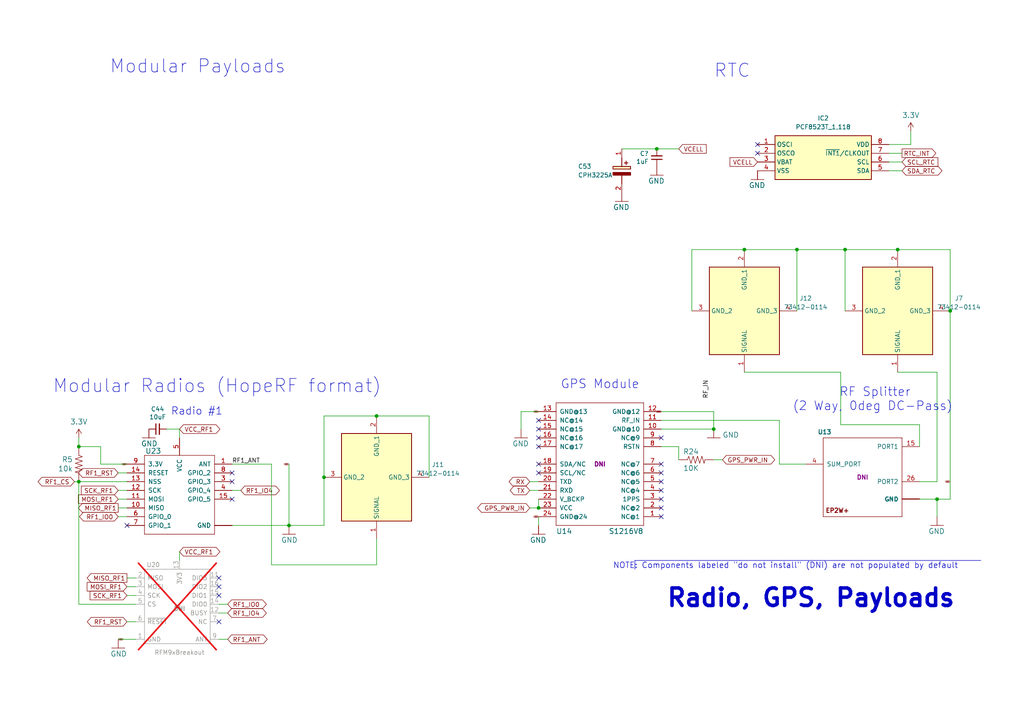
<source format=kicad_sch>
(kicad_sch (version 20230121) (generator eeschema)
  (paper "A4")
  (title_block (title "PyCubed Mainboard") (date "2021-06-09") (rev "v05c") (company "Max Holliday"))
  (lib_symbols
    (symbol "Device:C_Small" (pin_numbers hide) (pin_names (offset 0.254) hide)
      (property "Reference" "C" (at 0.254 1.778 0))
      (property "Value" "C_Small" (at 0.254 -2.032 0))
      (symbol "C_Small_0_1"
        (polyline (pts (xy -1.524 -0.508) (xy 1.524 -0.508)) (stroke (width 0.3302)))
        (polyline (pts (xy -1.524 0.508) (xy 1.524 0.508)) (stroke (width 0.3048)))
      )
      (symbol "C_Small_1_1"
        (pin passive line (at 0 2.54 270) (length 2.032) (name "~") (number "1"))
        (pin passive line (at 0 -2.54 90) (length 2.032) (name "~") (number "2"))
      )
    )
    (symbol "SamacSys_Parts:73412-0114"
      (property "Reference" "J" (at 26.67 17.78 0))
      (property "Value" "73412-0114" (at 26.67 15.24 0))
      (symbol "73412-0114_1_1"
        (rectangle (start 5.08 12.7) (end 25.4 -12.7) (stroke (width 0.254)) (fill (type background)))
        (pin passive line (at 15.24 -17.78 90) (length 5.08) (name "SIGNAL") (number "1"))
        (pin passive line (at 15.24 17.78 270) (length 5.08) (name "GND_1") (number "2"))
        (pin passive line (at 0 0 0) (length 5.08) (name "GND_2") (number "3"))
        (pin passive line (at 30.48 0 180) (length 5.08) (name "GND_3") (number "4"))
      )
    )
    (symbol "SamacSys_Parts:CPH3225A" (pin_names hide)
      (property "Reference" "C" (at 8.89 6.35 0))
      (property "Value" "CPH3225A" (at 8.89 3.81 0))
      (symbol "CPH3225A_1_1"
        (polyline (pts (xy 2.54 0) (xy 5.08 0)) (stroke (width 0.254)))
        (polyline (pts (xy 4.064 1.778) (xy 4.064 0.762)) (stroke (width 0.254)))
        (polyline (pts (xy 4.572 1.27) (xy 3.556 1.27)) (stroke (width 0.254)))
        (polyline (pts (xy 7.62 0) (xy 10.16 0)) (stroke (width 0.254)))
        (polyline (pts (xy 7.62 2.54) (xy 7.62 -2.54) (xy 6.858 -2.54) (xy 6.858 2.54) (xy 7.62 2.54)) (stroke (width 0.254)) (fill (type outline)))
        (rectangle (start 5.08 2.54) (end 5.842 -2.54) (stroke (width 0.254)) (fill (type background)))
        (pin passive line (at 0 0 0) (length 2.54) (name "+") (number "1"))
        (pin passive line (at 12.7 0 180) (length 2.54) (name "-") (number "2"))
      )
    )
    (symbol "SamacSys_Parts:PCF8523T_1,118"
      (property "Reference" "IC" (at 34.29 7.62 0))
      (property "Value" "PCF8523T_1,118" (at 34.29 5.08 0))
      (symbol "PCF8523T_1,118_1_1"
        (rectangle (start 5.08 2.54) (end 33.02 -10.16) (stroke (width 0.254)) (fill (type background)))
        (pin passive line (at 0 0 0) (length 5.08) (name "OSCI") (number "1"))
        (pin passive line (at 0 -2.54 0) (length 5.08) (name "OSCO") (number "2"))
        (pin passive line (at 0 -5.08 0) (length 5.08) (name "VBAT") (number "3"))
        (pin passive line (at 0 -7.62 0) (length 5.08) (name "VSS") (number "4"))
        (pin passive line (at 38.1 -7.62 180) (length 5.08) (name "SDA") (number "5"))
        (pin passive line (at 38.1 -5.08 180) (length 5.08) (name "SCL") (number "6"))
        (pin passive line (at 38.1 -2.54 180) (length 5.08) (name "~{INT1}/CLKOUT") (number "7"))
        (pin passive line (at 38.1 0 180) (length 5.08) (name "VDD") (number "8"))
      )
    )
    (symbol "mainboard:10KOHM-1_10W-1%(0603)0603" (pin_names (offset 1.016))
      (property "Reference" "R" (at -3.81 1.4986 0))
      (property "Value" "10KOHM-1_10W-1%(0603)0603" (at -3.81 -3.302 0))
      (symbol "10KOHM-1_10W-1%(0603)0603_1_0"
        (polyline (pts (xy -2.54 0) (xy -2.159 1.016)))
        (polyline (pts (xy -2.159 1.016) (xy -1.524 -1.016)))
        (polyline (pts (xy -1.524 -1.016) (xy -0.889 1.016)))
        (polyline (pts (xy -0.889 1.016) (xy -0.254 -1.016)))
        (polyline (pts (xy -0.254 -1.016) (xy 0.381 1.016)))
        (polyline (pts (xy 0.381 1.016) (xy 1.016 -1.016)))
        (polyline (pts (xy 1.016 -1.016) (xy 1.651 1.016)))
        (polyline (pts (xy 1.651 1.016) (xy 2.286 -1.016)))
        (polyline (pts (xy 2.286 -1.016) (xy 2.54 0)))
        (pin passive line (at -5.08 0 0) (length 2.54) (name "1") (number "1"))
        (pin passive line (at 5.08 0 180) (length 2.54) (name "2") (number "2"))
      )
    )
    (symbol "mainboard:3.3V" (power) (pin_names (offset 1.016))
      (property "Value" "3.3V" (at -1.016 3.556 0))
      (symbol "3.3V_1_0"
        (polyline (pts (xy 0 2.54) (xy -0.762 1.27)))
        (polyline (pts (xy 0.762 1.27) (xy 0 2.54)))
        (pin power_in line (at 0 0 90) (length 2.54) (name "3.3V") (number "1"))
      )
    )
    (symbol "mainboard:C_Small" (pin_numbers hide) (pin_names (offset 0.254) hide)
      (property "Reference" "C" (at 0.254 1.778 0))
      (property "Value" "C_Small" (at 0.254 -2.032 0))
      (symbol "C_Small_0_1"
        (polyline (pts (xy -1.524 -0.508) (xy 1.524 -0.508)) (stroke (width 0.3302)))
        (polyline (pts (xy -1.524 0.508) (xy 1.524 0.508)) (stroke (width 0.3048)))
      )
      (symbol "C_Small_1_1"
        (pin passive line (at 0 2.54 270) (length 2.032) (name "~") (number "1"))
        (pin passive line (at 0 -2.54 90) (length 2.032) (name "~") (number "2"))
      )
    )
    (symbol "mainboard:EP2W+" (pin_names (offset 1.016))
      (property "Reference" "U" (at -7.62 10.16 0))
      (symbol "EP2W+_1_0"
        (polyline (pts (xy -12.7 -15.24) (xy -12.7 7.62)))
        (polyline (pts (xy -12.7 7.62) (xy 10.16 7.62)))
        (polyline (pts (xy 10.16 -15.24) (xy -12.7 -15.24)))
        (polyline (pts (xy 10.16 7.62) (xy 10.16 -15.24)))
        (text "EP2W+" (at -5.08 -12.7 0) (effects (font (size 1.27 1.27) bold) (justify right top)))
        (pin bidirectional line (at 15.24 -10.16 180) (length 5.08) (name "GND") (number "1"))
        (pin bidirectional line (at 15.24 -10.16 180) (length 5.08) (name "GND") (number "10"))
        (pin bidirectional line (at 15.24 -10.16 180) (length 5.08) (name "GND") (number "11"))
        (pin bidirectional line (at 15.24 -10.16 180) (length 5.08) (name "GND") (number "12"))
        (pin bidirectional line (at 15.24 -10.16 180) (length 5.08) (name "GND") (number "13"))
        (pin bidirectional line (at 15.24 -10.16 180) (length 5.08) (name "GND") (number "14"))
        (pin bidirectional line (at 15.24 5.08 180) (length 5.08) (name "PORT1") (number "15"))
        (pin bidirectional line (at 15.24 -10.16 180) (length 5.08) (name "GND") (number "16"))
        (pin bidirectional line (at 15.24 -10.16 180) (length 5.08) (name "GND") (number "17"))
        (pin bidirectional line (at 15.24 -10.16 180) (length 5.08) (name "GND") (number "18"))
        (pin bidirectional line (at 15.24 -10.16 180) (length 5.08) (name "GND") (number "19"))
        (pin bidirectional line (at 15.24 -10.16 180) (length 5.08) (name "GND") (number "2"))
        (pin bidirectional line (at 15.24 -10.16 180) (length 5.08) (name "GND") (number "20"))
        (pin bidirectional line (at 15.24 -10.16 180) (length 5.08) (name "GND") (number "21"))
        (pin bidirectional line (at 15.24 -10.16 180) (length 5.08) (name "GND") (number "22"))
        (pin bidirectional line (at 15.24 -10.16 180) (length 5.08) (name "GND") (number "23"))
        (pin bidirectional line (at 15.24 -10.16 180) (length 5.08) (name "GND") (number "24"))
        (pin bidirectional line (at 15.24 -10.16 180) (length 5.08) (name "GND") (number "25"))
        (pin bidirectional line (at 15.24 -5.08 180) (length 5.08) (name "PORT2") (number "26"))
        (pin bidirectional line (at 15.24 -10.16 180) (length 5.08) (name "GND") (number "27"))
        (pin bidirectional line (at 15.24 -10.16 180) (length 5.08) (name "GND") (number "28"))
        (pin bidirectional line (at 15.24 -10.16 180) (length 5.08) (name "GND") (number "29"))
        (pin bidirectional line (at 15.24 -10.16 180) (length 5.08) (name "GND") (number "3"))
        (pin bidirectional line (at 15.24 -10.16 180) (length 5.08) (name "GND") (number "30"))
        (pin bidirectional line (at 15.24 -10.16 180) (length 5.08) (name "GND") (number "31"))
        (pin bidirectional line (at 15.24 -10.16 180) (length 5.08) (name "GND") (number "32"))
        (pin bidirectional line (at -17.78 0 0) (length 5.08) (name "SUM_PORT") (number "4"))
        (pin bidirectional line (at 15.24 -10.16 180) (length 5.08) (name "GND") (number "5"))
        (pin bidirectional line (at 15.24 -10.16 180) (length 5.08) (name "GND") (number "6"))
        (pin bidirectional line (at 15.24 -10.16 180) (length 5.08) (name "GND") (number "7"))
        (pin bidirectional line (at 15.24 -10.16 180) (length 5.08) (name "GND") (number "8"))
        (pin bidirectional line (at 15.24 -10.16 180) (length 5.08) (name "GND") (number "9"))
        (pin bidirectional line (at 15.24 -10.16 180) (length 5.08) (name "GND") (number "EP"))
      )
    )
    (symbol "mainboard:GND" (power) (pin_names (offset 1.016))
      (property "Value" "GND" (at -2.54 -2.54 0))
      (symbol "GND_1_0"
        (polyline (pts (xy -1.905 0) (xy 1.905 0)))
        (pin power_in line (at 0 2.54 270) (length 2.54) (name "GND") (number "1"))
      )
    )
    (symbol "mainboard:RFM98PW" (pin_names (offset 1.016))
      (property "Reference" "U" (at -7.62 10.16 0))
      (symbol "RFM98PW_0_0"
        (pin bidirectional line (at 17.78 -10.16 180) (length 5.08) hide (name "GND") (number "17"))
        (pin bidirectional line (at 2.54 15.24 270) (length 5.08) (name "VCC") (number "5"))
      )
      (symbol "RFM98PW_1_0"
        (polyline (pts (xy -7.62 -12.7) (xy -7.62 10.16)))
        (polyline (pts (xy -7.62 10.16) (xy 12.7 10.16)))
        (polyline (pts (xy 12.7 -12.7) (xy -7.62 -12.7)))
        (polyline (pts (xy 12.7 10.16) (xy 12.7 -12.7)))
        (pin bidirectional line (at 17.78 7.62 180) (length 5.08) (name "ANT") (number "1"))
        (pin bidirectional line (at -12.7 -5.08 0) (length 5.08) (name "MISO") (number "10"))
        (pin bidirectional line (at -12.7 -2.54 0) (length 5.08) (name "MOSI") (number "11"))
        (pin bidirectional line (at -12.7 0 0) (length 5.08) (name "SCK") (number "12"))
        (pin bidirectional line (at -12.7 2.54 0) (length 5.08) (name "NSS") (number "13"))
        (pin bidirectional line (at -12.7 5.08 0) (length 5.08) (name "RESET") (number "14"))
        (pin bidirectional line (at 17.78 -2.54 180) (length 5.08) (name "GPIO_5") (number "15"))
        (pin bidirectional line (at 17.78 -10.16 180) (length 5.08) (name "GND") (number "16"))
        (pin bidirectional line (at 17.78 -10.16 180) (length 5.08) (name "GND") (number "2"))
        (pin bidirectional line (at 17.78 2.54 180) (length 5.08) (name "GPIO_3") (number "3"))
        (pin bidirectional line (at 17.78 0 180) (length 5.08) (name "GPIO_4") (number "4"))
        (pin bidirectional line (at -12.7 -7.62 0) (length 5.08) (name "GPIO_0") (number "6"))
        (pin bidirectional line (at -12.7 -10.16 0) (length 5.08) (name "GPIO_1") (number "7"))
        (pin bidirectional line (at 17.78 5.08 180) (length 5.08) (name "GPIO_2") (number "8"))
        (pin power_in line (at -12.7 7.62 0) (length 5.08) (name "3.3V") (number "9"))
      )
    )
    (symbol "mainboard:RFM9xBreakout" (pin_names (offset 0.762))
      (property "Reference" "U" (at -3.81 12.7 0))
      (property "Value" "RFM9xBreakout" (at -7.62 -11.43 0))
      (symbol "RFM9xBreakout_0_1"
        (rectangle (start -10.16 11.43) (end 8.89 -10.16))
      )
      (symbol "RFM9xBreakout_1_1"
        (pin bidirectional line (at -12.7 -8.89 0) (length 2.54) (name "GND") (number "1"))
        (pin bidirectional line (at -12.7 -8.89 0) (length 2.54) hide (name "GND") (number "10"))
        (pin bidirectional line (at 11.43 8.89 180) (length 2.54) (name "DIO3") (number "11"))
        (pin bidirectional line (at 11.43 -1.27 180) (length 2.54) (name "BUSY") (number "12"))
        (pin bidirectional line (at 0 13.97 270) (length 2.54) (name "3V3") (number "13"))
        (pin bidirectional line (at 11.43 1.27 180) (length 2.54) (name "DIO0") (number "14"))
        (pin bidirectional line (at 11.43 3.81 180) (length 2.54) (name "DIO1") (number "15"))
        (pin bidirectional line (at 11.43 6.35 180) (length 2.54) (name "DIO2") (number "16"))
        (pin bidirectional line (at -12.7 8.89 0) (length 2.54) (name "MISO") (number "2"))
        (pin bidirectional line (at -12.7 6.35 0) (length 2.54) (name "MOSI") (number "3"))
        (pin bidirectional line (at -12.7 3.81 0) (length 2.54) (name "SCK") (number "4"))
        (pin bidirectional line (at -12.7 1.27 0) (length 2.54) (name "CS") (number "5"))
        (pin bidirectional line (at -12.7 -3.81 0) (length 2.54) (name "~{RESET}") (number "6"))
        (pin bidirectional line (at 11.43 -3.81 180) (length 2.54) (name "NC") (number "7"))
        (pin bidirectional line (at -12.7 -8.89 0) (length 2.54) hide (name "GND") (number "8"))
        (pin bidirectional line (at 11.43 -8.89 180) (length 2.54) (name "ANT") (number "9"))
      )
    )
    (symbol "mainboard:S1216V8" (pin_names (offset 1.016))
      (property "Reference" "U" (at -12.7 -20.32 0))
      (property "Value" "S1216V8" (at 2.54 -20.32 0))
      (symbol "S1216V8_1_0"
        (polyline (pts (xy -12.7 -17.78) (xy 12.7 -17.78)))
        (polyline (pts (xy -12.7 17.78) (xy -12.7 -17.78)))
        (polyline (pts (xy 12.7 -17.78) (xy 12.7 17.78)))
        (polyline (pts (xy 12.7 17.78) (xy -12.7 17.78)))
        (pin bidirectional line (at 17.78 -15.24 180) (length 5.08) (name "NC@1") (number "1"))
        (pin bidirectional line (at 17.78 10.16 180) (length 5.08) (name "GND@10") (number "10"))
        (pin bidirectional line (at 17.78 12.7 180) (length 5.08) (name "RF_IN") (number "11"))
        (pin bidirectional line (at 17.78 15.24 180) (length 5.08) (name "GND@12") (number "12"))
        (pin bidirectional line (at -17.78 15.24 0) (length 5.08) (name "GND@13") (number "13"))
        (pin bidirectional line (at -17.78 12.7 0) (length 5.08) (name "NC@14") (number "14"))
        (pin bidirectional line (at -17.78 10.16 0) (length 5.08) (name "NC@15") (number "15"))
        (pin bidirectional line (at -17.78 7.62 0) (length 5.08) (name "NC@16") (number "16"))
        (pin bidirectional line (at -17.78 5.08 0) (length 5.08) (name "NC@17") (number "17"))
        (pin bidirectional line (at -17.78 0 0) (length 5.08) (name "SDA/NC") (number "18"))
        (pin bidirectional line (at -17.78 -2.54 0) (length 5.08) (name "SCL/NC") (number "19"))
        (pin bidirectional line (at 17.78 -12.7 180) (length 5.08) (name "NC@2") (number "2"))
        (pin bidirectional line (at -17.78 -5.08 0) (length 5.08) (name "TXD") (number "20"))
        (pin bidirectional line (at -17.78 -7.62 0) (length 5.08) (name "RXD") (number "21"))
        (pin bidirectional line (at -17.78 -10.16 0) (length 5.08) (name "V_BCKP") (number "22"))
        (pin bidirectional line (at -17.78 -12.7 0) (length 5.08) (name "VCC") (number "23"))
        (pin bidirectional line (at -17.78 -15.24 0) (length 5.08) (name "GND@24") (number "24"))
        (pin bidirectional line (at 17.78 -10.16 180) (length 5.08) (name "1PPS") (number "3"))
        (pin bidirectional line (at 17.78 -7.62 180) (length 5.08) (name "NC@4") (number "4"))
        (pin bidirectional line (at 17.78 -5.08 180) (length 5.08) (name "NC@5") (number "5"))
        (pin bidirectional line (at 17.78 -2.54 180) (length 5.08) (name "NC@6") (number "6"))
        (pin bidirectional line (at 17.78 0 180) (length 5.08) (name "NC@7") (number "7"))
        (pin bidirectional line (at 17.78 5.08 180) (length 5.08) (name "RSTN") (number "8"))
        (pin bidirectional line (at 17.78 7.62 180) (length 5.08) (name "NC@9") (number "9"))
      )
    )
  )
  (junction (at 190.5 43.18))
  (junction (at 156.21 147.32))
  (junction (at 260.35 72.39))
  (junction (at 231.14 72.39))
  (junction (at 22.86 139.7))
  (junction (at 93.98 138.43))
  (junction (at 207.01 124.46))
  (junction (at 275.59 90.17))
  (junction (at 22.86 129.54))
  (junction (at 83.82 152.4))
  (junction (at 109.22 120.65))
  (junction (at 245.11 72.39))
  (junction (at 215.9 72.39))
  (junction (at 271.78 144.78))
  (no_connect (at 63.5 172.72))
  (no_connect (at 156.21 127))
  (no_connect (at 219.71 44.45))
  (no_connect (at 156.21 134.62))
  (no_connect (at 191.77 137.16))
  (no_connect (at 191.77 147.32))
  (no_connect (at 67.31 139.7))
  (no_connect (at 191.77 127))
  (no_connect (at 191.77 139.7))
  (no_connect (at 156.21 121.92))
  (no_connect (at 156.21 124.46))
  (no_connect (at 219.71 41.91))
  (no_connect (at 63.5 170.18))
  (no_connect (at 63.5 167.64))
  (no_connect (at 191.77 144.78))
  (no_connect (at 191.77 142.24))
  (no_connect (at 156.21 137.16))
  (no_connect (at 191.77 134.62))
  (no_connect (at 191.77 149.86))
  (no_connect (at 36.83 152.4))
  (no_connect (at 67.31 144.78))
  (no_connect (at 67.31 137.16))
  (no_connect (at 63.5 180.34))
  (no_connect (at 156.21 129.54))
  (wire (pts (xy 67.31 134.62) (xy 78.74 134.62)))
  (wire (pts (xy 67.31 152.4) (xy 83.82 152.4)))
  (wire (pts (xy 156.21 149.86) (xy 156.21 152.4)))
  (wire (pts (xy 109.22 163.83) (xy 109.22 156.21)))
  (wire (pts (xy 245.11 72.39) (xy 260.35 72.39)))
  (polyline (pts (xy 184.15 165.1) (xy 184.15 162.56)))
  (wire (pts (xy 52.07 124.46) (xy 52.07 127)))
  (wire (pts (xy 266.7 139.7) (xy 271.78 139.7)))
  (wire (pts (xy 226.06 121.92) (xy 226.06 134.62)))
  (wire (pts (xy 66.04 177.8) (xy 63.5 177.8)))
  (wire (pts (xy 22.86 139.7) (xy 22.86 175.26)))
  (wire (pts (xy 52.07 160.02) (xy 52.07 162.56)))
  (wire (pts (xy 83.82 152.4) (xy 93.98 152.4)))
  (wire (pts (xy 180.34 43.18) (xy 190.5 43.18)))
  (wire (pts (xy 190.5 43.18) (xy 196.85 43.18)))
  (wire (pts (xy 257.81 49.53) (xy 261.62 49.53)))
  (wire (pts (xy 78.74 163.83) (xy 109.22 163.83)))
  (wire (pts (xy 266.7 123.19) (xy 266.7 129.54)))
  (wire (pts (xy 78.74 134.62) (xy 78.74 163.83)))
  (wire (pts (xy 231.14 72.39) (xy 215.9 72.39)))
  (wire (pts (xy 191.77 119.38) (xy 207.01 119.38)))
  (wire (pts (xy 207.01 133.35) (xy 209.55 133.35)))
  (wire (pts (xy 271.78 144.78) (xy 271.78 149.86)))
  (wire (pts (xy 207.01 119.38) (xy 207.01 124.46)))
  (wire (pts (xy 29.21 134.62) (xy 29.21 129.54)))
  (wire (pts (xy 226.06 121.92) (xy 191.77 121.92)))
  (wire (pts (xy 36.83 144.78) (xy 34.29 144.78)))
  (wire (pts (xy 275.59 90.17) (xy 275.59 144.78)))
  (wire (pts (xy 271.78 107.95) (xy 260.35 107.95)))
  (wire (pts (xy 200.66 72.39) (xy 215.9 72.39)))
  (wire (pts (xy 109.22 120.65) (xy 93.98 120.65)))
  (wire (pts (xy 156.21 147.32) (xy 153.67 147.32)))
  (wire (pts (xy 52.07 124.46) (xy 48.26 124.46)))
  (wire (pts (xy 151.13 119.38) (xy 151.13 124.46)))
  (wire (pts (xy 156.21 139.7) (xy 153.67 139.7)))
  (wire (pts (xy 36.83 147.32) (xy 34.29 147.32)))
  (wire (pts (xy 93.98 120.65) (xy 93.98 138.43)))
  (wire (pts (xy 34.29 185.42) (xy 39.37 185.42)))
  (wire (pts (xy 21.59 139.7) (xy 22.86 139.7)))
  (wire (pts (xy 39.37 180.34) (xy 36.83 180.34)))
  (wire (pts (xy 22.86 175.26) (xy 39.37 175.26)))
  (wire (pts (xy 36.83 137.16) (xy 34.29 137.16)))
  (wire (pts (xy 264.16 38.1) (xy 264.16 41.91)))
  (wire (pts (xy 243.84 107.95) (xy 243.84 123.19)))
  (wire (pts (xy 266.7 144.78) (xy 271.78 144.78)))
  (wire (pts (xy 257.81 44.45) (xy 261.62 44.45)))
  (polyline (pts (xy 184.15 162.56) (xy 284.48 162.56)))
  (wire (pts (xy 83.82 134.62) (xy 83.82 152.4)))
  (wire (pts (xy 226.06 134.62) (xy 233.68 134.62)))
  (wire (pts (xy 264.16 41.91) (xy 257.81 41.91)))
  (wire (pts (xy 260.35 72.39) (xy 275.59 72.39)))
  (wire (pts (xy 39.37 172.72) (xy 36.83 172.72)))
  (wire (pts (xy 39.37 170.18) (xy 36.83 170.18)))
  (wire (pts (xy 109.22 120.65) (xy 124.46 120.65)))
  (wire (pts (xy 275.59 72.39) (xy 275.59 90.17)))
  (wire (pts (xy 191.77 129.54) (xy 196.85 129.54)))
  (wire (pts (xy 156.21 119.38) (xy 151.13 119.38)))
  (wire (pts (xy 36.83 134.62) (xy 29.21 134.62)))
  (wire (pts (xy 231.14 72.39) (xy 245.11 72.39)))
  (wire (pts (xy 66.04 185.42) (xy 63.5 185.42)))
  (wire (pts (xy 34.29 149.86) (xy 36.83 149.86)))
  (wire (pts (xy 69.85 142.24) (xy 67.31 142.24)))
  (wire (pts (xy 124.46 120.65) (xy 124.46 138.43)))
  (wire (pts (xy 207.01 124.46) (xy 191.77 124.46)))
  (wire (pts (xy 93.98 138.43) (xy 93.98 152.4)))
  (wire (pts (xy 243.84 123.19) (xy 266.7 123.19)))
  (wire (pts (xy 156.21 142.24) (xy 153.67 142.24)))
  (wire (pts (xy 245.11 90.17) (xy 245.11 72.39)))
  (wire (pts (xy 39.37 167.64) (xy 36.83 167.64)))
  (wire (pts (xy 29.21 129.54) (xy 22.86 129.54)))
  (wire (pts (xy 36.83 142.24) (xy 34.29 142.24)))
  (wire (pts (xy 22.86 129.54) (xy 22.86 127)))
  (wire (pts (xy 275.59 144.78) (xy 271.78 144.78)))
  (wire (pts (xy 22.86 139.7) (xy 36.83 139.7)))
  (wire (pts (xy 66.04 175.26) (xy 63.5 175.26)))
  (wire (pts (xy 200.66 90.17) (xy 200.66 72.39)))
  (wire (pts (xy 257.81 46.99) (xy 261.62 46.99)))
  (wire (pts (xy 196.85 129.54) (xy 196.85 133.35)))
  (wire (pts (xy 156.21 147.32) (xy 156.21 144.78)))
  (wire (pts (xy 271.78 139.7) (xy 271.78 107.95)))
  (wire (pts (xy 215.9 107.95) (xy 243.84 107.95)))
  (wire (pts (xy 231.14 72.39) (xy 231.14 90.17)))
  (text "Radio, GPS, Payloads" (at 193.04 176.53 0) (effects (font (size 5.08 5.08) (thickness 1.016) bold) (justify left bottom)))
  (text "Modular Payloads" (at 31.75 21.59 0) (effects (font (size 3.81 3.81)) (justify left bottom)))
  (text "Radio #1" (at 49.53 120.65 0) (effects (font (size 2.159 2.159)) (justify left bottom)))
  (text "       RF Splitter \n(2 Way, 0deg DC-Pass)" (at 229.87 119.38 0) (effects (font (size 2.54 2.54)) (justify left bottom)))
  (text "NOTE: Components labeled \"do not install\" (DNI) are not populated by default" (at 177.8 165.1 0) (effects (font (size 1.651 1.651)) (justify left bottom)))
  (text "RTC" (at 207.01 22.86 0) (effects (font (size 3.81 3.81)) (justify left bottom)))
  (text "GPS Module" (at 162.56 113.03 0) (effects (font (size 2.54 2.54)) (justify left bottom)))
  (text "Modular Radios (HopeRF format)" (at 15.24 114.3 0) (effects (font (size 3.81 3.81)) (justify left bottom)))
  (label "RF1_ANT" (at 67.31 134.62 0))
  (label "RF_IN" (at 205.74 115.57 90))
  (global_label "RF1_IO0" (shape bidirectional) (at 34.29 149.86 180) (property "Intersheetrefs" "${INTERSHEET_REFS}" (effects hide)))
  (global_label "MISO_RF1" (shape output) (at 36.83 167.64 180) (property "Intersheetrefs" "${INTERSHEET_REFS}" (effects hide)))
  (global_label "SCK_RF1" (shape input) (at 36.83 172.72 180) (property "Intersheetrefs" "${INTERSHEET_REFS}" (effects hide)))
  (global_label "VCELL" (shape input) (at 219.71 46.99 180) (property "Intersheetrefs" "${INTERSHEET_REFS}" (effects hide)))
  (global_label "GPS_PWR_IN" (shape bidirectional) (at 209.55 133.35 0) (property "Intersheetrefs" "${INTERSHEET_REFS}" (effects hide)))
  (global_label "VCELL" (shape input) (at 196.85 43.18 0) (property "Intersheetrefs" "${INTERSHEET_REFS}" (effects hide)))
  (global_label "GND" (shape bidirectional) (at 275.59 139.7 180) (effects (font (size 0.254 0.254))) (property "Intersheetrefs" "${INTERSHEET_REFS}" (effects hide)))
  (global_label "SDA_RTC" (shape bidirectional) (at 261.62 49.53 0) (property "Intersheetrefs" "${INTERSHEET_REFS}" (effects hide)))
  (global_label "VCC_RF1" (shape bidirectional) (at 52.07 124.46 0) (property "Intersheetrefs" "${INTERSHEET_REFS}" (effects hide)))
  (global_label "GND" (shape bidirectional) (at 156.21 119.38 180) (effects (font (size 0.254 0.254))) (property "Intersheetrefs" "${INTERSHEET_REFS}" (effects hide)))
  (global_label "RF1_RST" (shape bidirectional) (at 34.29 137.16 180) (property "Intersheetrefs" "${INTERSHEET_REFS}" (effects hide)))
  (global_label "RF1_CS" (shape bidirectional) (at 21.59 139.7 180) (property "Intersheetrefs" "${INTERSHEET_REFS}" (effects hide)))
  (global_label "MISO_RF1" (shape output) (at 34.29 147.32 180) (property "Intersheetrefs" "${INTERSHEET_REFS}" (effects hide)))
  (global_label "GND" (shape bidirectional) (at 156.21 149.86 180) (effects (font (size 0.254 0.254))) (property "Intersheetrefs" "${INTERSHEET_REFS}" (effects hide)))
  (global_label "RF1_IO4" (shape bidirectional) (at 66.04 177.8 0) (property "Intersheetrefs" "${INTERSHEET_REFS}" (effects hide)))
  (global_label "TX" (shape bidirectional) (at 153.67 142.24 180) (property "Intersheetrefs" "${INTERSHEET_REFS}" (effects hide)))
  (global_label "3.3V" (shape bidirectional) (at 36.83 134.62 180) (effects (font (size 0.254 0.254))) (property "Intersheetrefs" "${INTERSHEET_REFS}" (effects hide)))
  (global_label "RX" (shape bidirectional) (at 153.67 139.7 180) (property "Intersheetrefs" "${INTERSHEET_REFS}" (effects hide)))
  (global_label "MOSI_RF1" (shape input) (at 36.83 170.18 180) (property "Intersheetrefs" "${INTERSHEET_REFS}" (effects hide)))
  (global_label "SCL_RTC" (shape input) (at 261.62 46.99 0) (property "Intersheetrefs" "${INTERSHEET_REFS}" (effects hide)))
  (global_label "GPS_PWR_IN" (shape bidirectional) (at 153.67 147.32 180) (property "Intersheetrefs" "${INTERSHEET_REFS}" (effects hide)))
  (global_label "VCC_RF1" (shape bidirectional) (at 52.07 160.02 0) (property "Intersheetrefs" "${INTERSHEET_REFS}" (effects hide)))
  (global_label "MOSI_RF1" (shape input) (at 34.29 144.78 180) (property "Intersheetrefs" "${INTERSHEET_REFS}" (effects hide)))
  (global_label "SCK_RF1" (shape input) (at 34.29 142.24 180) (property "Intersheetrefs" "${INTERSHEET_REFS}" (effects hide)))
  (global_label "RF1_IO0" (shape bidirectional) (at 66.04 175.26 0) (property "Intersheetrefs" "${INTERSHEET_REFS}" (effects hide)))
  (global_label "GND" (shape bidirectional) (at 191.77 119.38 180) (effects (font (size 0.254 0.254))) (property "Intersheetrefs" "${INTERSHEET_REFS}" (effects hide)))
  (global_label "RTC_INT" (shape output) (at 261.62 44.45 0) (property "Intersheetrefs" "${INTERSHEET_REFS}" (effects hide)))
  (global_label "RF1_ANT" (shape bidirectional) (at 66.04 185.42 0) (property "Intersheetrefs" "${INTERSHEET_REFS}" (effects hide)))
  (global_label "GND" (shape bidirectional) (at 83.82 134.62 180) (effects (font (size 0.254 0.254))) (property "Intersheetrefs" "${INTERSHEET_REFS}" (effects hide)))
  (global_label "GND" (shape bidirectional) (at 34.29 185.42 0) (effects (font (size 0.254 0.254))) (property "Intersheetrefs" "${INTERSHEET_REFS}" (effects hide)))
  (global_label "RF1_RST" (shape bidirectional) (at 36.83 180.34 180) (property "Intersheetrefs" "${INTERSHEET_REFS}" (effects hide)))
  (global_label "RF1_IO4" (shape bidirectional) (at 69.85 142.24 0) (property "Intersheetrefs" "${INTERSHEET_REFS}" (effects hide)))
  (symbol (lib_id "mainboard:10KOHM-1_10W-1%(0603)0603") (at 201.93 133.35 0) (unit 1)
    (property "Reference" "R24" (at 198.12 131.8514 0) (effects (font (size 1.4986 1.4986)) (justify left bottom)))
    (property "Value" "10K" (at 198.12 136.652 0) (effects (font (size 1.4986 1.4986)) (justify left bottom)))
    (property "Footprint" "Resistor_SMD:R_0603_1608Metric" (effects hide))
    (property "Description" "10K 0603" (effects hide))
    (instances (project "mainboard" (path "" (reference "R24") (unit 1)) (path "" (reference "R?") (unit 1))))
  )
  (symbol (lib_id "mainboard:GND") (at 271.78 152.4 0) (unit 1)
    (property "Reference" "#GND044" (effects hide))
    (property "Value" "GND" (at 269.24 154.94 0) (effects (font (size 1.4986 1.4986)) (justify left bottom)))
    (instances (project "mainboard" (path "" (reference "#GND044") (unit 1)) (path "" (reference "#GND?") (unit 1))))
  )
  (symbol (lib_id "mainboard:RFM98PW") (at 49.53 142.24 0) (unit 1)
    (property "Reference" "U23" (at 44.45 130.81 0) (effects (font (size 1.4986 1.4986))))
    (property "Value" "RFM98PW" (effects hide))
    (property "Footprint" "mainboard:RFM95PW" (effects hide))
    (property "Description" "433 MHz 1W Radio" (effects hide))
    (property "Flight" "RFM98PW" (effects hide))
    (property "Manufacturer_Name" "HopeRF" (effects hide))
    (property "Manufacturer_Part_Number" "RFM98PW" (effects hide))
    (property "Proto" "RFM98PW" (effects hide))
  )
  (symbol (lib_id "mainboard:GND") (at 83.82 154.94 0) (mirror y) (unit 1)
    (property "Reference" "#GND0103" (effects hide))
    (property "Value" "GND" (at 86.36 157.48 0) (effects (font (size 1.4986 1.4986)) (justify left bottom)))
    (instances (project "mainboard" (path "" (reference "#GND0103") (unit 1)) (path "" (reference "#GND?") (unit 1))))
  )
  (symbol (lib_id "mainboard:RFM9xBreakout") (at 52.07 176.53 0) (unit 1) (in_bom no) (on_board no) (dnp yes)
    (property "Reference" "U20" (at 44.45 163.83 0))
    (property "Value" "RFM9xBreakout" (at 52.07 189.23 0))
    (property "Footprint" "RF_Module:HOPERF_RFM9XW_SMD" (effects hide))
    (property "DNI" "DNI" (at 52.07 176.53 0) (effects (font bold)))
    (property "Sim.Enable" "0" (effects hide))
  )
  (symbol (lib_id "mainboard:GND") (at 34.29 187.96 0) (mirror y) (unit 1)
    (property "Reference" "#GND0110" (effects hide))
    (property "Value" "GND" (at 36.83 190.5 0) (effects (font (size 1.4986 1.4986)) (justify left bottom)))
    (instances (project "mainboard" (path "" (reference "#GND0110") (unit 1)) (path "" (reference "#GND?") (unit 1))))
  )
  (symbol (lib_id "mainboard:10KOHM-1_10W-1%(0603)0603") (at 22.86 134.62 270) (unit 1)
    (property "Reference" "R5" (at 21.1328 133.2738 90) (effects (font (size 1.4986 1.4986)) (justify right)))
    (property "Value" "10k" (at 21.1328 135.9408 90) (effects (font (size 1.4986 1.4986)) (justify right)))
    (property "Footprint" "Resistor_SMD:R_0603_1608Metric" (effects hide))
    (property "Description" "10k 0603" (effects hide))
    (instances (project "mainboard" (path "" (reference "R5") (unit 1)) (path "" (reference "R?") (unit 1))))
  )
  (symbol (lib_id "mainboard:3.3V") (at 22.86 127 0) (unit 1)
    (property "Reference" "#SUPPLY0109" (effects hide))
    (property "Value" "3.3V" (at 20.32 123.19 0) (effects (font (size 1.4986 1.4986)) (justify left bottom)))
    (instances (project "mainboard" (path "" (reference "#SUPPLY0109") (unit 1)) (path "" (reference "#SUPPLY?") (unit 1))))
  )
  (symbol (lib_id "Device:C_Small") (at 45.72 124.46 90) (unit 1)
    (property "Reference" "C44" (at 45.72 118.6434 90))
    (property "Value" "10uF" (at 45.72 120.9548 90))
    (property "Footprint" "Capacitor_SMD:C_0603_1608Metric" (effects hide))
    (property "Description" "10uF +-20% 10V X5R" (effects hide))
    (instances (project "mainboard" (path "" (reference "C44") (unit 1)) (path "" (reference "C?") (unit 1))))
  )
  (symbol (lib_id "mainboard:GND") (at 43.18 127 0) (mirror y) (unit 1)
    (property "Reference" "#GND036" (effects hide))
    (property "Value" "GND" (at 45.72 129.54 0) (effects (font (size 1.4986 1.4986)) (justify left bottom)))
    (instances (project "mainboard" (path "" (reference "#GND036") (unit 1)) (path "" (reference "#GND?") (unit 1))))
  )
  (symbol (lib_id "mainboard:EP2W+") (at 251.46 134.62 0) (unit 1)
    (property "Reference" "U13" (at 241.3 124.46 0) (effects (font bold) (justify right top)))
    (property "Value" "EP2W+" (effects hide))
    (property "Footprint" "mainboard:QFN32-5X5MM" (effects hide))
    (property "Datasheet" "https://www.minicircuits.com/pdfs/EP2W+.pdf" (effects hide))
    (property "DNI" "DNI" (at 250.19 138.43 0) (effects (font bold)))
    (property "Description" "RF Splitter DC-Pass" (effects hide))
    (property "Flight" "EP2W+" (effects hide))
    (property "Manufacturer_Name" "Mini Circuits" (effects hide))
    (property "Manufacturer_Part_Number" "EP2W+" (effects hide))
    (instances (project "mainboard" (path "" (reference "U13") (unit 1)) (path "" (reference "U?") (unit 1))))
  )
  (symbol (lib_id "mainboard:GND") (at 151.13 127 0) (unit 1)
    (property "Reference" "#GND042" (effects hide))
    (property "Value" "GND" (at 148.59 129.54 0) (effects (font (size 1.4986 1.4986)) (justify left bottom)))
    (instances (project "mainboard" (path "" (reference "#GND042") (unit 1)) (path "" (reference "#GND?") (unit 1))))
  )
  (symbol (lib_id "mainboard:GND") (at 156.21 154.94 0) (unit 1)
    (property "Reference" "#GND043" (effects hide))
    (property "Value" "GND" (at 153.67 157.48 0) (effects (font (size 1.4986 1.4986)) (justify left bottom)))
    (instances (project "mainboard" (path "" (reference "#GND043") (unit 1)) (path "" (reference "#GND?") (unit 1))))
  )
  (symbol (lib_id "mainboard:GND") (at 207.01 127 0) (unit 1)
    (property "Reference" "#GND047" (effects hide))
    (property "Value" "GND" (at 209.55 127 0) (effects (font (size 1.4986 1.4986)) (justify left bottom)))
    (instances (project "mainboard" (path "" (reference "#GND047") (unit 1)) (path "" (reference "#GND?") (unit 1))))
  )
  (symbol (lib_id "mainboard:S1216V8") (at 173.99 134.62 0) (unit 1)
    (property "Reference" "U14" (at 161.29 154.94 0) (effects (font (size 1.4986 1.4986)) (justify left bottom)))
    (property "Value" "S1216V8" (at 176.53 154.94 0) (effects (font (size 1.4986 1.4986)) (justify left bottom)))
    (property "Footprint" "mainboard:S1216_24PIN_PACKAGE" (effects hide))
    (property "DNI" "DNI" (at 173.99 134.62 0) (effects (font bold)))
    (instances (project "mainboard" (path "" (reference "U14") (unit 1)) (path "" (reference "U?") (unit 1))))
  )
  (symbol (lib_id "mainboard:GND") (at 219.71 52.07 0) (unit 1)
    (property "Reference" "#GND040" (effects hide))
    (property "Value" "GND" (at 217.17 54.61 0) (effects (font (size 1.4986 1.4986)) (justify left bottom)))
    (instances (project "mainboard" (path "" (reference "#GND040") (unit 1)) (path "" (reference "#GND?") (unit 1))))
  )
  (symbol (lib_id "SamacSys_Parts:73412-0114") (at 245.11 90.17 0) (unit 1)
    (property "Reference" "J7" (at 278.13 86.5221 0))
    (property "Value" "73412-0114" (at 278.13 89.0621 0))
    (property "Footprint" "73412-0110" (effects hide))
    (property "Datasheet" "http://www.molex.com/webdocs/datasheets/pdf/en-us//0734120114_RF_COAX_CONNECTORS.pdf" (effects hide))
    (property "Mouser Part Number" "538-73412-0114" (effects hide))
    (property "Mouser Price/Stock" "https://www.mouser.co.uk/ProductDetail/Molex/73412-0114?qs=TpUtqFO9vU%252Ba9r2SfxH4iw%3D%3D" (effects hide))
    (property "Manufacturer_Name" "Molex" (effects hide))
    (property "Manufacturer_Part_Number" "73412-0114" (effects hide))
  )
  (symbol (lib_id "SamacSys_Parts:73412-0114") (at 93.98 138.43 0) (unit 1)
    (property "Reference" "J11" (at 127 134.7821 0))
    (property "Value" "73412-0114" (at 127 137.3221 0))
    (property "Footprint" "73412-0110" (effects hide))
    (property "Datasheet" "http://www.molex.com/webdocs/datasheets/pdf/en-us//0734120114_RF_COAX_CONNECTORS.pdf" (effects hide))
    (property "Mouser Part Number" "538-73412-0114" (effects hide))
    (property "Mouser Price/Stock" "https://www.mouser.co.uk/ProductDetail/Molex/73412-0114?qs=TpUtqFO9vU%252Ba9r2SfxH4iw%3D%3D" (effects hide))
    (property "Manufacturer_Name" "Molex" (effects hide))
    (property "Manufacturer_Part_Number" "73412-0114" (effects hide))
  )
  (symbol (lib_id "SamacSys_Parts:73412-0114") (at 200.66 90.17 0) (unit 1)
    (property "Reference" "J12" (at 233.68 86.5221 0))
    (property "Value" "73412-0114" (at 233.68 89.0621 0))
    (property "Footprint" "73412-0110" (effects hide))
    (property "Datasheet" "http://www.molex.com/webdocs/datasheets/pdf/en-us//0734120114_RF_COAX_CONNECTORS.pdf" (effects hide))
    (property "Mouser Part Number" "538-73412-0114" (effects hide))
    (property "Mouser Price/Stock" "https://www.mouser.co.uk/ProductDetail/Molex/73412-0114?qs=TpUtqFO9vU%252Ba9r2SfxH4iw%3D%3D" (effects hide))
    (property "Manufacturer_Name" "Molex" (effects hide))
    (property "Manufacturer_Part_Number" "73412-0114" (effects hide))
  )
  (symbol (lib_id "mainboard:GND") (at 190.5 50.8 0) (unit 1)
    (property "Reference" "#GND04" (effects hide))
    (property "Value" "GND" (at 187.96 53.34 0) (effects (font (size 1.4986 1.4986)) (justify left bottom)))
    (instances (project "mainboard" (path "" (reference "#GND04") (unit 1)) (path "" (reference "#GND?") (unit 1)) (path "" (reference "#GND049") (unit 1))))
  )
  (symbol (lib_id "SamacSys_Parts:CPH3225A") (at 180.34 43.18 270) (unit 1)
    (property "Reference" "C53" (at 167.64 48.26 90) (effects (justify left)))
    (property "Value" "CPH3225A" (at 167.64 50.8 90) (effects (justify left)))
    (property "Footprint" "CPH3225A" (effects hide))
    (property "Datasheet" "https://www.sii.co.jp/en/me/datasheets/chip-capacitor/cph3225a/" (effects hide))
    (property "Height" "1" (effects hide))
    (property "Mouser Part Number" "628-CPH3225A" (effects hide))
    (property "Mouser Price/Stock" "https://www.mouser.com/Search/Refine.aspx?Keyword=628-CPH3225A" (effects hide))
    (property "Manufacturer_Name" "Seiko Epson Corporation" (effects hide))
    (property "Manufacturer_Part_Number" "CPH3225A" (effects hide))
  )
  (symbol (lib_id "mainboard:3.3V") (at 264.16 38.1 0) (unit 1)
    (property "Reference" "#SUPPLY012" (effects hide))
    (property "Value" "3.3V" (at 261.62 34.29 0) (effects (font (size 1.4986 1.4986)) (justify left bottom)))
    (instances (project "mainboard" (path "" (reference "#SUPPLY012") (unit 1)) (path "" (reference "#SUPPLY?") (unit 1))))
  )
  (symbol (lib_id "mainboard:C_Small") (at 190.5 45.72 0) (mirror x) (unit 1)
    (property "Reference" "C?" (at 188.1632 44.5516 0) (effects (justify right)))
    (property "Value" "1uF" (at 188.1632 46.863 0) (effects (justify right)))
    (property "Footprint" "Capacitor_SMD:C_0603_1608Metric" (effects hide))
    (property "Description" "1uF 0603 X7R" (effects hide))
    (instances (project "mainboard" (path "" (reference "C?") (unit 1)) (path "" (reference "C4") (unit 1)) (path "" (reference "C54") (unit 1))))
  )
  (symbol (lib_id "mainboard:GND") (at 180.34 58.42 0) (unit 1)
    (property "Reference" "#GND048" (effects hide))
    (property "Value" "GND" (at 177.8 60.96 0) (effects (font (size 1.4986 1.4986)) (justify left bottom)))
    (instances (project "mainboard" (path "" (reference "#GND048") (unit 1)) (path "" (reference "#GND?") (unit 1))))
  )
  (symbol (lib_id "SamacSys_Parts:PCF8523T_1,118") (at 219.71 41.91 0) (unit 1)
    (property "Reference" "IC2" (at 238.76 34.29 0))
    (property "Value" "PCF8523T_1,118" (at 238.76 36.83 0))
    (property "Footprint" "SOIC127P600X175-8N" (effects hide))
    (property "Datasheet" "http://www.nxp.com/docs/en/data-sheet/PCF8523.pdf" (effects hide))
    (property "Height" "1.75" (effects hide))
    (property "Mouser Part Number" "771-PCF8523T/1118" (effects hide))
    (property "Mouser Price/Stock" "https://www.mouser.co.uk/ProductDetail/NXP-Semiconductors/PCF8523T-1118?qs=beN0Cyoe8YmmXShRMIPCwg%3D%3D" (effects hide))
    (property "Manufacturer_Name" "NXP" (effects hide))
    (property "Manufacturer_Part_Number" "PCF8523T/1,118" (effects hide))
  )
)
</source>
